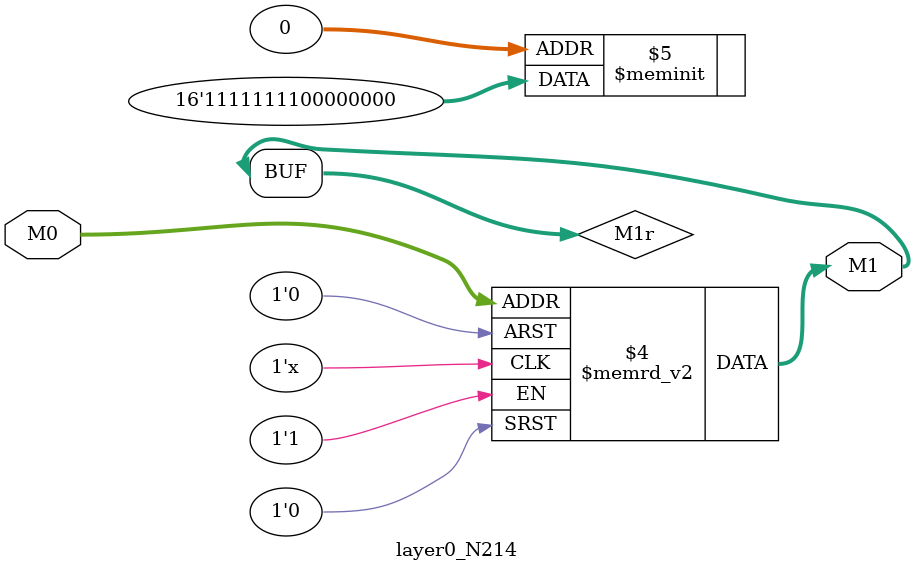
<source format=v>
module layer0_N214 ( input [2:0] M0, output [1:0] M1 );

	(*rom_style = "distributed" *) reg [1:0] M1r;
	assign M1 = M1r;
	always @ (M0) begin
		case (M0)
			3'b000: M1r = 2'b00;
			3'b100: M1r = 2'b11;
			3'b010: M1r = 2'b00;
			3'b110: M1r = 2'b11;
			3'b001: M1r = 2'b00;
			3'b101: M1r = 2'b11;
			3'b011: M1r = 2'b00;
			3'b111: M1r = 2'b11;

		endcase
	end
endmodule

</source>
